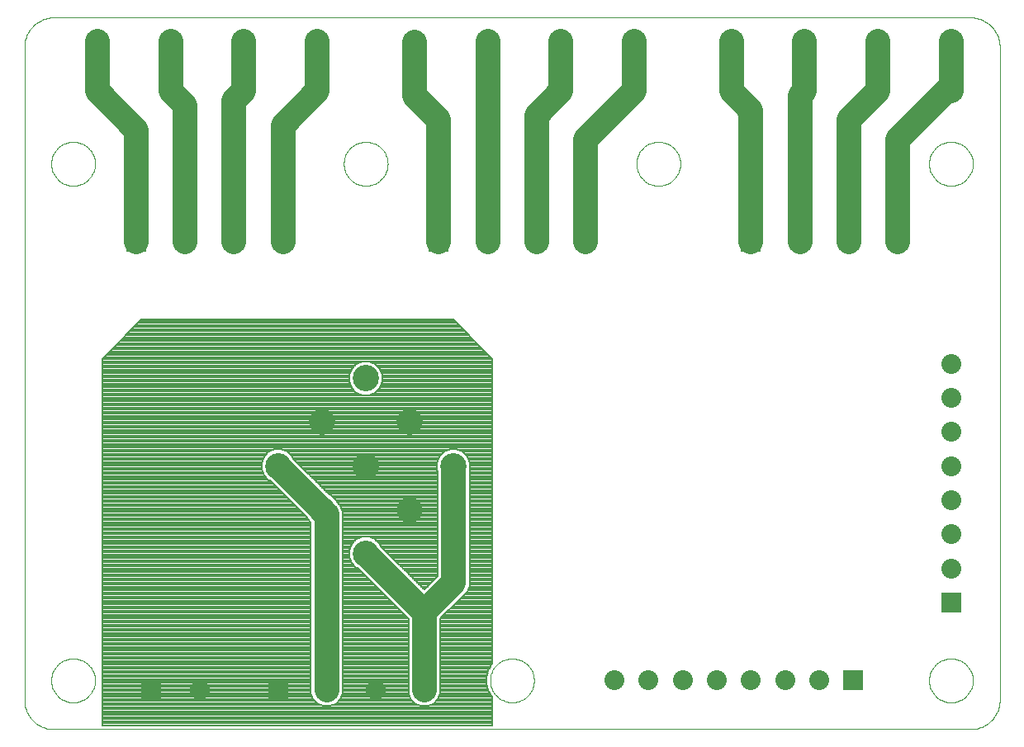
<source format=gbl>
G75*
%MOIN*%
%OFA0B0*%
%FSLAX24Y24*%
%IPPOS*%
%LPD*%
%AMOC8*
5,1,8,0,0,1.08239X$1,22.5*
%
%ADD10C,0.0000*%
%ADD11C,0.1063*%
%ADD12R,0.0800X0.0800*%
%ADD13C,0.0800*%
%ADD14C,0.0827*%
%ADD15C,0.1000*%
%ADD16C,0.0083*%
D10*
X001281Y000141D02*
X038289Y000141D01*
X000100Y001322D02*
X000100Y027700D01*
X001281Y028881D02*
X038289Y028881D01*
X001183Y002110D02*
X001185Y002169D01*
X001191Y002228D01*
X001201Y002286D01*
X001214Y002344D01*
X001232Y002401D01*
X001253Y002456D01*
X001278Y002510D01*
X001307Y002562D01*
X001339Y002611D01*
X001374Y002659D01*
X001412Y002704D01*
X001453Y002747D01*
X001497Y002787D01*
X001543Y002823D01*
X001592Y002857D01*
X001643Y002887D01*
X001696Y002914D01*
X001751Y002937D01*
X001806Y002956D01*
X001864Y002972D01*
X001922Y002984D01*
X001980Y002992D01*
X002039Y002996D01*
X002099Y002996D01*
X002158Y002992D01*
X002216Y002984D01*
X002274Y002972D01*
X002332Y002956D01*
X002387Y002937D01*
X002442Y002914D01*
X002495Y002887D01*
X002546Y002857D01*
X002595Y002823D01*
X002641Y002787D01*
X002685Y002747D01*
X002726Y002704D01*
X002764Y002659D01*
X002799Y002611D01*
X002831Y002562D01*
X002860Y002510D01*
X002885Y002456D01*
X002906Y002401D01*
X002924Y002344D01*
X002937Y002286D01*
X002947Y002228D01*
X002953Y002169D01*
X002955Y002110D01*
X002953Y002051D01*
X002947Y001992D01*
X002937Y001934D01*
X002924Y001876D01*
X002906Y001819D01*
X002885Y001764D01*
X002860Y001710D01*
X002831Y001658D01*
X002799Y001609D01*
X002764Y001561D01*
X002726Y001516D01*
X002685Y001473D01*
X002641Y001433D01*
X002595Y001397D01*
X002546Y001363D01*
X002495Y001333D01*
X002442Y001306D01*
X002387Y001283D01*
X002332Y001264D01*
X002274Y001248D01*
X002216Y001236D01*
X002158Y001228D01*
X002099Y001224D01*
X002039Y001224D01*
X001980Y001228D01*
X001922Y001236D01*
X001864Y001248D01*
X001806Y001264D01*
X001751Y001283D01*
X001696Y001306D01*
X001643Y001333D01*
X001592Y001363D01*
X001543Y001397D01*
X001497Y001433D01*
X001453Y001473D01*
X001412Y001516D01*
X001374Y001561D01*
X001339Y001609D01*
X001307Y001658D01*
X001278Y001710D01*
X001253Y001764D01*
X001232Y001819D01*
X001214Y001876D01*
X001201Y001934D01*
X001191Y001992D01*
X001185Y002051D01*
X001183Y002110D01*
X036616Y002110D02*
X036618Y002169D01*
X036624Y002228D01*
X036634Y002286D01*
X036647Y002344D01*
X036665Y002401D01*
X036686Y002456D01*
X036711Y002510D01*
X036740Y002562D01*
X036772Y002611D01*
X036807Y002659D01*
X036845Y002704D01*
X036886Y002747D01*
X036930Y002787D01*
X036976Y002823D01*
X037025Y002857D01*
X037076Y002887D01*
X037129Y002914D01*
X037184Y002937D01*
X037239Y002956D01*
X037297Y002972D01*
X037355Y002984D01*
X037413Y002992D01*
X037472Y002996D01*
X037532Y002996D01*
X037591Y002992D01*
X037649Y002984D01*
X037707Y002972D01*
X037765Y002956D01*
X037820Y002937D01*
X037875Y002914D01*
X037928Y002887D01*
X037979Y002857D01*
X038028Y002823D01*
X038074Y002787D01*
X038118Y002747D01*
X038159Y002704D01*
X038197Y002659D01*
X038232Y002611D01*
X038264Y002562D01*
X038293Y002510D01*
X038318Y002456D01*
X038339Y002401D01*
X038357Y002344D01*
X038370Y002286D01*
X038380Y002228D01*
X038386Y002169D01*
X038388Y002110D01*
X038386Y002051D01*
X038380Y001992D01*
X038370Y001934D01*
X038357Y001876D01*
X038339Y001819D01*
X038318Y001764D01*
X038293Y001710D01*
X038264Y001658D01*
X038232Y001609D01*
X038197Y001561D01*
X038159Y001516D01*
X038118Y001473D01*
X038074Y001433D01*
X038028Y001397D01*
X037979Y001363D01*
X037928Y001333D01*
X037875Y001306D01*
X037820Y001283D01*
X037765Y001264D01*
X037707Y001248D01*
X037649Y001236D01*
X037591Y001228D01*
X037532Y001224D01*
X037472Y001224D01*
X037413Y001228D01*
X037355Y001236D01*
X037297Y001248D01*
X037239Y001264D01*
X037184Y001283D01*
X037129Y001306D01*
X037076Y001333D01*
X037025Y001363D01*
X036976Y001397D01*
X036930Y001433D01*
X036886Y001473D01*
X036845Y001516D01*
X036807Y001561D01*
X036772Y001609D01*
X036740Y001658D01*
X036711Y001710D01*
X036686Y001764D01*
X036665Y001819D01*
X036647Y001876D01*
X036634Y001934D01*
X036624Y001992D01*
X036618Y002051D01*
X036616Y002110D01*
X018899Y002110D02*
X018901Y002169D01*
X018907Y002228D01*
X018917Y002286D01*
X018930Y002344D01*
X018948Y002401D01*
X018969Y002456D01*
X018994Y002510D01*
X019023Y002562D01*
X019055Y002611D01*
X019090Y002659D01*
X019128Y002704D01*
X019169Y002747D01*
X019213Y002787D01*
X019259Y002823D01*
X019308Y002857D01*
X019359Y002887D01*
X019412Y002914D01*
X019467Y002937D01*
X019522Y002956D01*
X019580Y002972D01*
X019638Y002984D01*
X019696Y002992D01*
X019755Y002996D01*
X019815Y002996D01*
X019874Y002992D01*
X019932Y002984D01*
X019990Y002972D01*
X020048Y002956D01*
X020103Y002937D01*
X020158Y002914D01*
X020211Y002887D01*
X020262Y002857D01*
X020311Y002823D01*
X020357Y002787D01*
X020401Y002747D01*
X020442Y002704D01*
X020480Y002659D01*
X020515Y002611D01*
X020547Y002562D01*
X020576Y002510D01*
X020601Y002456D01*
X020622Y002401D01*
X020640Y002344D01*
X020653Y002286D01*
X020663Y002228D01*
X020669Y002169D01*
X020671Y002110D01*
X020669Y002051D01*
X020663Y001992D01*
X020653Y001934D01*
X020640Y001876D01*
X020622Y001819D01*
X020601Y001764D01*
X020576Y001710D01*
X020547Y001658D01*
X020515Y001609D01*
X020480Y001561D01*
X020442Y001516D01*
X020401Y001473D01*
X020357Y001433D01*
X020311Y001397D01*
X020262Y001363D01*
X020211Y001333D01*
X020158Y001306D01*
X020103Y001283D01*
X020048Y001264D01*
X019990Y001248D01*
X019932Y001236D01*
X019874Y001228D01*
X019815Y001224D01*
X019755Y001224D01*
X019696Y001228D01*
X019638Y001236D01*
X019580Y001248D01*
X019522Y001264D01*
X019467Y001283D01*
X019412Y001306D01*
X019359Y001333D01*
X019308Y001363D01*
X019259Y001397D01*
X019213Y001433D01*
X019169Y001473D01*
X019128Y001516D01*
X019090Y001561D01*
X019055Y001609D01*
X019023Y001658D01*
X018994Y001710D01*
X018969Y001764D01*
X018948Y001819D01*
X018930Y001876D01*
X018917Y001934D01*
X018907Y001992D01*
X018901Y002051D01*
X018899Y002110D01*
X024805Y022976D02*
X024807Y023035D01*
X024813Y023094D01*
X024823Y023152D01*
X024836Y023210D01*
X024854Y023267D01*
X024875Y023322D01*
X024900Y023376D01*
X024929Y023428D01*
X024961Y023477D01*
X024996Y023525D01*
X025034Y023570D01*
X025075Y023613D01*
X025119Y023653D01*
X025165Y023689D01*
X025214Y023723D01*
X025265Y023753D01*
X025318Y023780D01*
X025373Y023803D01*
X025428Y023822D01*
X025486Y023838D01*
X025544Y023850D01*
X025602Y023858D01*
X025661Y023862D01*
X025721Y023862D01*
X025780Y023858D01*
X025838Y023850D01*
X025896Y023838D01*
X025954Y023822D01*
X026009Y023803D01*
X026064Y023780D01*
X026117Y023753D01*
X026168Y023723D01*
X026217Y023689D01*
X026263Y023653D01*
X026307Y023613D01*
X026348Y023570D01*
X026386Y023525D01*
X026421Y023477D01*
X026453Y023428D01*
X026482Y023376D01*
X026507Y023322D01*
X026528Y023267D01*
X026546Y023210D01*
X026559Y023152D01*
X026569Y023094D01*
X026575Y023035D01*
X026577Y022976D01*
X026575Y022917D01*
X026569Y022858D01*
X026559Y022800D01*
X026546Y022742D01*
X026528Y022685D01*
X026507Y022630D01*
X026482Y022576D01*
X026453Y022524D01*
X026421Y022475D01*
X026386Y022427D01*
X026348Y022382D01*
X026307Y022339D01*
X026263Y022299D01*
X026217Y022263D01*
X026168Y022229D01*
X026117Y022199D01*
X026064Y022172D01*
X026009Y022149D01*
X025954Y022130D01*
X025896Y022114D01*
X025838Y022102D01*
X025780Y022094D01*
X025721Y022090D01*
X025661Y022090D01*
X025602Y022094D01*
X025544Y022102D01*
X025486Y022114D01*
X025428Y022130D01*
X025373Y022149D01*
X025318Y022172D01*
X025265Y022199D01*
X025214Y022229D01*
X025165Y022263D01*
X025119Y022299D01*
X025075Y022339D01*
X025034Y022382D01*
X024996Y022427D01*
X024961Y022475D01*
X024929Y022524D01*
X024900Y022576D01*
X024875Y022630D01*
X024854Y022685D01*
X024836Y022742D01*
X024823Y022800D01*
X024813Y022858D01*
X024807Y022917D01*
X024805Y022976D01*
X012994Y022976D02*
X012996Y023035D01*
X013002Y023094D01*
X013012Y023152D01*
X013025Y023210D01*
X013043Y023267D01*
X013064Y023322D01*
X013089Y023376D01*
X013118Y023428D01*
X013150Y023477D01*
X013185Y023525D01*
X013223Y023570D01*
X013264Y023613D01*
X013308Y023653D01*
X013354Y023689D01*
X013403Y023723D01*
X013454Y023753D01*
X013507Y023780D01*
X013562Y023803D01*
X013617Y023822D01*
X013675Y023838D01*
X013733Y023850D01*
X013791Y023858D01*
X013850Y023862D01*
X013910Y023862D01*
X013969Y023858D01*
X014027Y023850D01*
X014085Y023838D01*
X014143Y023822D01*
X014198Y023803D01*
X014253Y023780D01*
X014306Y023753D01*
X014357Y023723D01*
X014406Y023689D01*
X014452Y023653D01*
X014496Y023613D01*
X014537Y023570D01*
X014575Y023525D01*
X014610Y023477D01*
X014642Y023428D01*
X014671Y023376D01*
X014696Y023322D01*
X014717Y023267D01*
X014735Y023210D01*
X014748Y023152D01*
X014758Y023094D01*
X014764Y023035D01*
X014766Y022976D01*
X014764Y022917D01*
X014758Y022858D01*
X014748Y022800D01*
X014735Y022742D01*
X014717Y022685D01*
X014696Y022630D01*
X014671Y022576D01*
X014642Y022524D01*
X014610Y022475D01*
X014575Y022427D01*
X014537Y022382D01*
X014496Y022339D01*
X014452Y022299D01*
X014406Y022263D01*
X014357Y022229D01*
X014306Y022199D01*
X014253Y022172D01*
X014198Y022149D01*
X014143Y022130D01*
X014085Y022114D01*
X014027Y022102D01*
X013969Y022094D01*
X013910Y022090D01*
X013850Y022090D01*
X013791Y022094D01*
X013733Y022102D01*
X013675Y022114D01*
X013617Y022130D01*
X013562Y022149D01*
X013507Y022172D01*
X013454Y022199D01*
X013403Y022229D01*
X013354Y022263D01*
X013308Y022299D01*
X013264Y022339D01*
X013223Y022382D01*
X013185Y022427D01*
X013150Y022475D01*
X013118Y022524D01*
X013089Y022576D01*
X013064Y022630D01*
X013043Y022685D01*
X013025Y022742D01*
X013012Y022800D01*
X013002Y022858D01*
X012996Y022917D01*
X012994Y022976D01*
X001183Y022976D02*
X001185Y023035D01*
X001191Y023094D01*
X001201Y023152D01*
X001214Y023210D01*
X001232Y023267D01*
X001253Y023322D01*
X001278Y023376D01*
X001307Y023428D01*
X001339Y023477D01*
X001374Y023525D01*
X001412Y023570D01*
X001453Y023613D01*
X001497Y023653D01*
X001543Y023689D01*
X001592Y023723D01*
X001643Y023753D01*
X001696Y023780D01*
X001751Y023803D01*
X001806Y023822D01*
X001864Y023838D01*
X001922Y023850D01*
X001980Y023858D01*
X002039Y023862D01*
X002099Y023862D01*
X002158Y023858D01*
X002216Y023850D01*
X002274Y023838D01*
X002332Y023822D01*
X002387Y023803D01*
X002442Y023780D01*
X002495Y023753D01*
X002546Y023723D01*
X002595Y023689D01*
X002641Y023653D01*
X002685Y023613D01*
X002726Y023570D01*
X002764Y023525D01*
X002799Y023477D01*
X002831Y023428D01*
X002860Y023376D01*
X002885Y023322D01*
X002906Y023267D01*
X002924Y023210D01*
X002937Y023152D01*
X002947Y023094D01*
X002953Y023035D01*
X002955Y022976D01*
X002953Y022917D01*
X002947Y022858D01*
X002937Y022800D01*
X002924Y022742D01*
X002906Y022685D01*
X002885Y022630D01*
X002860Y022576D01*
X002831Y022524D01*
X002799Y022475D01*
X002764Y022427D01*
X002726Y022382D01*
X002685Y022339D01*
X002641Y022299D01*
X002595Y022263D01*
X002546Y022229D01*
X002495Y022199D01*
X002442Y022172D01*
X002387Y022149D01*
X002332Y022130D01*
X002274Y022114D01*
X002216Y022102D01*
X002158Y022094D01*
X002099Y022090D01*
X002039Y022090D01*
X001980Y022094D01*
X001922Y022102D01*
X001864Y022114D01*
X001806Y022130D01*
X001751Y022149D01*
X001696Y022172D01*
X001643Y022199D01*
X001592Y022229D01*
X001543Y022263D01*
X001497Y022299D01*
X001453Y022339D01*
X001412Y022382D01*
X001374Y022427D01*
X001339Y022475D01*
X001307Y022524D01*
X001278Y022576D01*
X001253Y022630D01*
X001232Y022685D01*
X001214Y022742D01*
X001201Y022800D01*
X001191Y022858D01*
X001185Y022917D01*
X001183Y022976D01*
X036616Y022976D02*
X036618Y023035D01*
X036624Y023094D01*
X036634Y023152D01*
X036647Y023210D01*
X036665Y023267D01*
X036686Y023322D01*
X036711Y023376D01*
X036740Y023428D01*
X036772Y023477D01*
X036807Y023525D01*
X036845Y023570D01*
X036886Y023613D01*
X036930Y023653D01*
X036976Y023689D01*
X037025Y023723D01*
X037076Y023753D01*
X037129Y023780D01*
X037184Y023803D01*
X037239Y023822D01*
X037297Y023838D01*
X037355Y023850D01*
X037413Y023858D01*
X037472Y023862D01*
X037532Y023862D01*
X037591Y023858D01*
X037649Y023850D01*
X037707Y023838D01*
X037765Y023822D01*
X037820Y023803D01*
X037875Y023780D01*
X037928Y023753D01*
X037979Y023723D01*
X038028Y023689D01*
X038074Y023653D01*
X038118Y023613D01*
X038159Y023570D01*
X038197Y023525D01*
X038232Y023477D01*
X038264Y023428D01*
X038293Y023376D01*
X038318Y023322D01*
X038339Y023267D01*
X038357Y023210D01*
X038370Y023152D01*
X038380Y023094D01*
X038386Y023035D01*
X038388Y022976D01*
X038386Y022917D01*
X038380Y022858D01*
X038370Y022800D01*
X038357Y022742D01*
X038339Y022685D01*
X038318Y022630D01*
X038293Y022576D01*
X038264Y022524D01*
X038232Y022475D01*
X038197Y022427D01*
X038159Y022382D01*
X038118Y022339D01*
X038074Y022299D01*
X038028Y022263D01*
X037979Y022229D01*
X037928Y022199D01*
X037875Y022172D01*
X037820Y022149D01*
X037765Y022130D01*
X037707Y022114D01*
X037649Y022102D01*
X037591Y022094D01*
X037532Y022090D01*
X037472Y022090D01*
X037413Y022094D01*
X037355Y022102D01*
X037297Y022114D01*
X037239Y022130D01*
X037184Y022149D01*
X037129Y022172D01*
X037076Y022199D01*
X037025Y022229D01*
X036976Y022263D01*
X036930Y022299D01*
X036886Y022339D01*
X036845Y022382D01*
X036807Y022427D01*
X036772Y022475D01*
X036740Y022524D01*
X036711Y022576D01*
X036686Y022630D01*
X036665Y022685D01*
X036647Y022742D01*
X036634Y022800D01*
X036624Y022858D01*
X036618Y022917D01*
X036616Y022976D01*
X039470Y027700D02*
X039470Y001322D01*
X001281Y000141D02*
X001215Y000143D01*
X001149Y000148D01*
X001083Y000158D01*
X001018Y000171D01*
X000954Y000187D01*
X000891Y000207D01*
X000829Y000231D01*
X000769Y000258D01*
X000710Y000288D01*
X000653Y000322D01*
X000598Y000359D01*
X000545Y000399D01*
X000494Y000441D01*
X000446Y000487D01*
X000400Y000535D01*
X000358Y000586D01*
X000318Y000639D01*
X000281Y000694D01*
X000247Y000751D01*
X000217Y000810D01*
X000190Y000870D01*
X000166Y000932D01*
X000146Y000995D01*
X000130Y001059D01*
X000117Y001124D01*
X000107Y001190D01*
X000102Y001256D01*
X000100Y001322D01*
X000100Y027700D02*
X000102Y027766D01*
X000107Y027832D01*
X000117Y027898D01*
X000130Y027963D01*
X000146Y028027D01*
X000166Y028090D01*
X000190Y028152D01*
X000217Y028212D01*
X000247Y028271D01*
X000281Y028328D01*
X000318Y028383D01*
X000358Y028436D01*
X000400Y028487D01*
X000446Y028535D01*
X000494Y028581D01*
X000545Y028623D01*
X000598Y028663D01*
X000653Y028700D01*
X000710Y028734D01*
X000769Y028764D01*
X000829Y028791D01*
X000891Y028815D01*
X000954Y028835D01*
X001018Y028851D01*
X001083Y028864D01*
X001149Y028874D01*
X001215Y028879D01*
X001281Y028881D01*
X038289Y028881D02*
X038355Y028879D01*
X038421Y028874D01*
X038487Y028864D01*
X038552Y028851D01*
X038616Y028835D01*
X038679Y028815D01*
X038741Y028791D01*
X038801Y028764D01*
X038860Y028734D01*
X038917Y028700D01*
X038972Y028663D01*
X039025Y028623D01*
X039076Y028581D01*
X039124Y028535D01*
X039170Y028487D01*
X039212Y028436D01*
X039252Y028383D01*
X039289Y028328D01*
X039323Y028271D01*
X039353Y028212D01*
X039380Y028152D01*
X039404Y028090D01*
X039424Y028027D01*
X039440Y027963D01*
X039453Y027898D01*
X039463Y027832D01*
X039468Y027766D01*
X039470Y027700D01*
X039470Y001322D02*
X039468Y001256D01*
X039463Y001190D01*
X039453Y001124D01*
X039440Y001059D01*
X039424Y000995D01*
X039404Y000932D01*
X039380Y000870D01*
X039353Y000810D01*
X039323Y000751D01*
X039289Y000694D01*
X039252Y000639D01*
X039212Y000586D01*
X039170Y000535D01*
X039124Y000487D01*
X039076Y000441D01*
X039025Y000399D01*
X038972Y000359D01*
X038917Y000322D01*
X038860Y000288D01*
X038801Y000258D01*
X038741Y000231D01*
X038679Y000207D01*
X038616Y000187D01*
X038552Y000171D01*
X038487Y000158D01*
X038421Y000148D01*
X038355Y000143D01*
X038289Y000141D01*
D11*
X013880Y014307D03*
X012112Y012539D03*
X010344Y010771D03*
X015647Y012539D03*
X013880Y010771D03*
X012112Y009003D03*
X017415Y010771D03*
X015647Y009003D03*
X013880Y007236D03*
D12*
X029431Y019826D03*
X016832Y019826D03*
X004628Y019826D03*
X010336Y001716D03*
X005218Y001716D03*
X037502Y005259D03*
X033565Y002110D03*
D13*
X031399Y019826D03*
X033368Y019826D03*
X035336Y019826D03*
X018801Y019826D03*
X020769Y019826D03*
X022738Y019826D03*
X006596Y019826D03*
X008565Y019826D03*
X010533Y019826D03*
X012305Y001716D03*
X014273Y001716D03*
X016242Y001716D03*
X007187Y001716D03*
X037502Y006637D03*
X037502Y008015D03*
X037502Y009393D03*
X037502Y010771D03*
X037502Y012149D03*
X037502Y013527D03*
X037502Y014905D03*
X032187Y002110D03*
X030809Y002110D03*
X029431Y002110D03*
X028053Y002110D03*
X026675Y002110D03*
X025297Y002110D03*
X023919Y002110D03*
D14*
X037502Y025913D03*
X037502Y027913D03*
X034549Y025913D03*
X034549Y027913D03*
X031596Y025913D03*
X031596Y027913D03*
X028643Y025913D03*
X028643Y027913D03*
X024706Y025913D03*
X024706Y027913D03*
X021754Y025913D03*
X021754Y027913D03*
X018801Y025913D03*
X018801Y027913D03*
X015848Y025913D03*
X015848Y027913D03*
X011911Y025913D03*
X011911Y027913D03*
X008958Y025913D03*
X008958Y027913D03*
X006006Y025913D03*
X006006Y027913D03*
X003053Y025913D03*
X003053Y027913D03*
D15*
X037502Y027913D02*
X037502Y026126D01*
X037502Y025913D01*
X037502Y026126D02*
X035336Y023960D01*
X035336Y019826D01*
X034549Y027913D02*
X034549Y025929D01*
X034549Y025913D01*
X034549Y025929D02*
X033368Y024748D01*
X033368Y019826D01*
X031596Y027913D02*
X031596Y025913D01*
X031399Y025716D01*
X031399Y019826D01*
X028643Y027913D02*
X028643Y025913D01*
X029431Y025126D01*
X029431Y019826D01*
X024706Y027913D02*
X024706Y025929D01*
X024706Y025913D01*
X024706Y025929D02*
X022738Y023960D01*
X022738Y019826D01*
X021754Y025913D02*
X021754Y027913D01*
X020769Y019826D02*
X020769Y024929D01*
X021754Y025913D01*
X018801Y019826D02*
X018801Y025913D01*
X018801Y027913D01*
X015848Y025913D02*
X015848Y025732D01*
X016832Y024748D01*
X016832Y019826D01*
X015848Y025929D02*
X015848Y027881D01*
X011911Y025913D02*
X010533Y024535D01*
X010533Y019826D01*
X011911Y025913D02*
X011911Y027913D01*
X008958Y025913D02*
X008565Y025519D01*
X008565Y025535D02*
X008565Y019826D01*
X008958Y025913D02*
X008958Y027913D01*
X006006Y025913D02*
X006596Y025322D01*
X006596Y019826D01*
X006006Y025913D02*
X006006Y027913D01*
X003053Y025913D02*
X004628Y024338D01*
X004628Y019826D01*
X003053Y025913D02*
X003053Y027913D01*
X012305Y008811D02*
X012305Y001716D01*
X012104Y009003D02*
X010344Y010763D01*
X016242Y004874D02*
X016242Y001716D01*
X016234Y004866D02*
X013872Y007228D01*
X016242Y004874D02*
X017415Y006047D01*
X017431Y006047D02*
X017431Y010771D01*
D16*
X018998Y015102D02*
X018998Y002775D01*
X018963Y002741D01*
X018828Y002506D01*
X018758Y002245D01*
X018758Y001975D01*
X018828Y001713D01*
X018963Y001479D01*
X018998Y001445D01*
X018998Y000283D01*
X003250Y000283D01*
X003250Y015102D01*
X004824Y016677D01*
X017423Y016677D01*
X018998Y015102D01*
X015600Y001589D02*
X015698Y001353D01*
X015878Y001172D01*
X016114Y001075D01*
X016369Y001075D01*
X016605Y001172D01*
X016785Y001353D01*
X016883Y001589D01*
X016883Y004608D01*
X017767Y005492D01*
X017794Y005503D01*
X017974Y005684D01*
X018072Y005919D01*
X018072Y010599D01*
X018088Y010637D01*
X018088Y010905D01*
X017985Y011152D01*
X017796Y011342D01*
X017549Y011444D01*
X017281Y011444D01*
X017034Y011342D01*
X016845Y011152D01*
X016742Y010905D01*
X016742Y010637D01*
X016789Y010524D01*
X016789Y006328D01*
X016234Y005773D01*
X014492Y007514D01*
X014450Y007617D01*
X014261Y007806D01*
X014013Y007909D01*
X013746Y007909D01*
X013498Y007806D01*
X013309Y007617D01*
X013207Y007370D01*
X013207Y007102D01*
X013309Y006855D01*
X013498Y006665D01*
X013548Y006645D01*
X015600Y004592D01*
X015600Y001589D01*
X014552Y014173D02*
X014552Y014441D01*
X014450Y014688D01*
X014261Y014877D01*
X014013Y014980D01*
X013746Y014980D01*
X013498Y014877D01*
X013309Y014688D01*
X013207Y014441D01*
X013207Y014173D01*
X013309Y013926D01*
X013498Y013736D01*
X013746Y013634D01*
X014013Y013634D01*
X014261Y013736D01*
X014450Y013926D01*
X014552Y014173D01*
X010914Y011152D02*
X010725Y011342D01*
X010478Y011444D01*
X010210Y011444D01*
X009963Y011342D01*
X009774Y011152D01*
X009671Y010905D01*
X009671Y010637D01*
X009774Y010390D01*
X009963Y010201D01*
X010026Y010175D01*
X011515Y008685D01*
X011541Y008622D01*
X011663Y008500D01*
X011663Y001589D01*
X011761Y001353D01*
X011941Y001172D01*
X012177Y001075D01*
X012432Y001075D01*
X012668Y001172D01*
X012848Y001353D01*
X012946Y001589D01*
X012946Y008938D01*
X012848Y009174D01*
X012714Y009309D01*
X012682Y009385D01*
X012493Y009574D01*
X012404Y009611D01*
X010951Y011063D01*
X010914Y011152D01*
X003250Y000304D02*
X018998Y000304D01*
X018998Y000385D02*
X003250Y000385D01*
X003250Y000466D02*
X018998Y000466D01*
X018998Y000547D02*
X003250Y000547D01*
X003250Y000628D02*
X018998Y000628D01*
X018998Y000710D02*
X003250Y000710D01*
X003250Y000791D02*
X018998Y000791D01*
X018998Y000872D02*
X003250Y000872D01*
X003250Y000953D02*
X018998Y000953D01*
X018998Y001034D02*
X003250Y001034D01*
X003250Y001115D02*
X012079Y001115D01*
X012530Y001115D02*
X016016Y001115D01*
X016467Y001115D02*
X018998Y001115D01*
X011917Y001197D02*
X003250Y001197D01*
X012692Y001197D02*
X015854Y001197D01*
X016629Y001197D02*
X018998Y001197D01*
X011836Y001278D02*
X003250Y001278D01*
X012773Y001278D02*
X015773Y001278D01*
X016710Y001278D02*
X018998Y001278D01*
X011758Y001359D02*
X003250Y001359D01*
X012851Y001359D02*
X015695Y001359D01*
X016788Y001359D02*
X018998Y001359D01*
X011725Y001440D02*
X003250Y001440D01*
X012885Y001440D02*
X015662Y001440D01*
X016822Y001440D02*
X018998Y001440D01*
X011691Y001521D02*
X003250Y001521D01*
X012918Y001521D02*
X015628Y001521D01*
X016855Y001521D02*
X018939Y001521D01*
X011663Y001603D02*
X003250Y001603D01*
X012946Y001603D02*
X015600Y001603D01*
X016883Y001603D02*
X018892Y001603D01*
X011663Y001684D02*
X003250Y001684D01*
X012946Y001684D02*
X015600Y001684D01*
X016883Y001684D02*
X018845Y001684D01*
X011663Y001765D02*
X003250Y001765D01*
X012946Y001765D02*
X015600Y001765D01*
X016883Y001765D02*
X018814Y001765D01*
X011663Y001846D02*
X003250Y001846D01*
X012946Y001846D02*
X015600Y001846D01*
X016883Y001846D02*
X018792Y001846D01*
X011663Y001927D02*
X003250Y001927D01*
X012946Y001927D02*
X015600Y001927D01*
X016883Y001927D02*
X018771Y001927D01*
X011663Y002008D02*
X003250Y002008D01*
X012946Y002008D02*
X015600Y002008D01*
X016883Y002008D02*
X018758Y002008D01*
X011663Y002090D02*
X003250Y002090D01*
X012946Y002090D02*
X015600Y002090D01*
X016883Y002090D02*
X018758Y002090D01*
X011663Y002171D02*
X003250Y002171D01*
X012946Y002171D02*
X015600Y002171D01*
X016883Y002171D02*
X018758Y002171D01*
X011663Y002252D02*
X003250Y002252D01*
X012946Y002252D02*
X015600Y002252D01*
X016883Y002252D02*
X018760Y002252D01*
X011663Y002333D02*
X003250Y002333D01*
X012946Y002333D02*
X015600Y002333D01*
X016883Y002333D02*
X018781Y002333D01*
X011663Y002414D02*
X003250Y002414D01*
X012946Y002414D02*
X015600Y002414D01*
X016883Y002414D02*
X018803Y002414D01*
X011663Y002495D02*
X003250Y002495D01*
X012946Y002495D02*
X015600Y002495D01*
X016883Y002495D02*
X018825Y002495D01*
X011663Y002577D02*
X003250Y002577D01*
X012946Y002577D02*
X015600Y002577D01*
X016883Y002577D02*
X018868Y002577D01*
X011663Y002658D02*
X003250Y002658D01*
X012946Y002658D02*
X015600Y002658D01*
X016883Y002658D02*
X018915Y002658D01*
X011663Y002739D02*
X003250Y002739D01*
X012946Y002739D02*
X015600Y002739D01*
X016883Y002739D02*
X018962Y002739D01*
X011663Y002820D02*
X003250Y002820D01*
X012946Y002820D02*
X015600Y002820D01*
X016883Y002820D02*
X018998Y002820D01*
X011663Y002901D02*
X003250Y002901D01*
X012946Y002901D02*
X015600Y002901D01*
X016883Y002901D02*
X018998Y002901D01*
X011663Y002983D02*
X003250Y002983D01*
X012946Y002983D02*
X015600Y002983D01*
X016883Y002983D02*
X018998Y002983D01*
X011663Y003064D02*
X003250Y003064D01*
X012946Y003064D02*
X015600Y003064D01*
X016883Y003064D02*
X018998Y003064D01*
X011663Y003145D02*
X003250Y003145D01*
X012946Y003145D02*
X015600Y003145D01*
X016883Y003145D02*
X018998Y003145D01*
X011663Y003226D02*
X003250Y003226D01*
X012946Y003226D02*
X015600Y003226D01*
X016883Y003226D02*
X018998Y003226D01*
X011663Y003307D02*
X003250Y003307D01*
X012946Y003307D02*
X015600Y003307D01*
X016883Y003307D02*
X018998Y003307D01*
X011663Y003388D02*
X003250Y003388D01*
X012946Y003388D02*
X015600Y003388D01*
X016883Y003388D02*
X018998Y003388D01*
X011663Y003470D02*
X003250Y003470D01*
X012946Y003470D02*
X015600Y003470D01*
X016883Y003470D02*
X018998Y003470D01*
X011663Y003551D02*
X003250Y003551D01*
X012946Y003551D02*
X015600Y003551D01*
X016883Y003551D02*
X018998Y003551D01*
X011663Y003632D02*
X003250Y003632D01*
X012946Y003632D02*
X015600Y003632D01*
X016883Y003632D02*
X018998Y003632D01*
X011663Y003713D02*
X003250Y003713D01*
X012946Y003713D02*
X015600Y003713D01*
X016883Y003713D02*
X018998Y003713D01*
X011663Y003794D02*
X003250Y003794D01*
X012946Y003794D02*
X015600Y003794D01*
X016883Y003794D02*
X018998Y003794D01*
X011663Y003875D02*
X003250Y003875D01*
X012946Y003875D02*
X015600Y003875D01*
X016883Y003875D02*
X018998Y003875D01*
X011663Y003957D02*
X003250Y003957D01*
X012946Y003957D02*
X015600Y003957D01*
X016883Y003957D02*
X018998Y003957D01*
X011663Y004038D02*
X003250Y004038D01*
X012946Y004038D02*
X015600Y004038D01*
X016883Y004038D02*
X018998Y004038D01*
X011663Y004119D02*
X003250Y004119D01*
X012946Y004119D02*
X015600Y004119D01*
X016883Y004119D02*
X018998Y004119D01*
X011663Y004200D02*
X003250Y004200D01*
X012946Y004200D02*
X015600Y004200D01*
X016883Y004200D02*
X018998Y004200D01*
X011663Y004281D02*
X003250Y004281D01*
X012946Y004281D02*
X015600Y004281D01*
X016883Y004281D02*
X018998Y004281D01*
X011663Y004363D02*
X003250Y004363D01*
X012946Y004363D02*
X015600Y004363D01*
X016883Y004363D02*
X018998Y004363D01*
X011663Y004444D02*
X003250Y004444D01*
X012946Y004444D02*
X015600Y004444D01*
X016883Y004444D02*
X018998Y004444D01*
X011663Y004525D02*
X003250Y004525D01*
X012946Y004525D02*
X015600Y004525D01*
X016883Y004525D02*
X018998Y004525D01*
X011663Y004606D02*
X003250Y004606D01*
X012946Y004606D02*
X015587Y004606D01*
X016883Y004606D02*
X018998Y004606D01*
X011663Y004687D02*
X003250Y004687D01*
X012946Y004687D02*
X015505Y004687D01*
X016962Y004687D02*
X018998Y004687D01*
X011663Y004768D02*
X003250Y004768D01*
X012946Y004768D02*
X015424Y004768D01*
X017044Y004768D02*
X018998Y004768D01*
X011663Y004850D02*
X003250Y004850D01*
X012946Y004850D02*
X015343Y004850D01*
X017125Y004850D02*
X018998Y004850D01*
X011663Y004931D02*
X003250Y004931D01*
X012946Y004931D02*
X015262Y004931D01*
X017206Y004931D02*
X018998Y004931D01*
X011663Y005012D02*
X003250Y005012D01*
X012946Y005012D02*
X015181Y005012D01*
X017287Y005012D02*
X018998Y005012D01*
X011663Y005093D02*
X003250Y005093D01*
X012946Y005093D02*
X015100Y005093D01*
X017368Y005093D02*
X018998Y005093D01*
X011663Y005174D02*
X003250Y005174D01*
X012946Y005174D02*
X015018Y005174D01*
X017450Y005174D02*
X018998Y005174D01*
X011663Y005256D02*
X003250Y005256D01*
X012946Y005256D02*
X014937Y005256D01*
X017531Y005256D02*
X018998Y005256D01*
X011663Y005337D02*
X003250Y005337D01*
X012946Y005337D02*
X014856Y005337D01*
X017612Y005337D02*
X018998Y005337D01*
X011663Y005418D02*
X003250Y005418D01*
X012946Y005418D02*
X014775Y005418D01*
X017693Y005418D02*
X018998Y005418D01*
X011663Y005499D02*
X003250Y005499D01*
X012946Y005499D02*
X014694Y005499D01*
X017784Y005499D02*
X018998Y005499D01*
X011663Y005580D02*
X003250Y005580D01*
X012946Y005580D02*
X014612Y005580D01*
X017871Y005580D02*
X018998Y005580D01*
X011663Y005661D02*
X003250Y005661D01*
X012946Y005661D02*
X014531Y005661D01*
X017952Y005661D02*
X018998Y005661D01*
X011663Y005743D02*
X003250Y005743D01*
X012946Y005743D02*
X014450Y005743D01*
X017999Y005743D02*
X018998Y005743D01*
X011663Y005824D02*
X003250Y005824D01*
X012946Y005824D02*
X014369Y005824D01*
X016183Y005824D02*
X016285Y005824D01*
X018032Y005824D02*
X018998Y005824D01*
X011663Y005905D02*
X003250Y005905D01*
X012946Y005905D02*
X014288Y005905D01*
X016102Y005905D02*
X016366Y005905D01*
X018066Y005905D02*
X018998Y005905D01*
X011663Y005986D02*
X003250Y005986D01*
X012946Y005986D02*
X014207Y005986D01*
X016021Y005986D02*
X016447Y005986D01*
X018072Y005986D02*
X018998Y005986D01*
X011663Y006067D02*
X003250Y006067D01*
X012946Y006067D02*
X014125Y006067D01*
X015939Y006067D02*
X016529Y006067D01*
X018072Y006067D02*
X018998Y006067D01*
X011663Y006148D02*
X003250Y006148D01*
X012946Y006148D02*
X014044Y006148D01*
X015858Y006148D02*
X016610Y006148D01*
X018072Y006148D02*
X018998Y006148D01*
X011663Y006230D02*
X003250Y006230D01*
X012946Y006230D02*
X013963Y006230D01*
X015777Y006230D02*
X016691Y006230D01*
X018072Y006230D02*
X018998Y006230D01*
X011663Y006311D02*
X003250Y006311D01*
X012946Y006311D02*
X013882Y006311D01*
X015696Y006311D02*
X016772Y006311D01*
X018072Y006311D02*
X018998Y006311D01*
X011663Y006392D02*
X003250Y006392D01*
X012946Y006392D02*
X013801Y006392D01*
X015615Y006392D02*
X016789Y006392D01*
X018072Y006392D02*
X018998Y006392D01*
X011663Y006473D02*
X003250Y006473D01*
X012946Y006473D02*
X013720Y006473D01*
X015534Y006473D02*
X016789Y006473D01*
X018072Y006473D02*
X018998Y006473D01*
X011663Y006554D02*
X003250Y006554D01*
X012946Y006554D02*
X013638Y006554D01*
X015452Y006554D02*
X016789Y006554D01*
X018072Y006554D02*
X018998Y006554D01*
X011663Y006636D02*
X003250Y006636D01*
X012946Y006636D02*
X013557Y006636D01*
X015371Y006636D02*
X016789Y006636D01*
X018072Y006636D02*
X018998Y006636D01*
X011663Y006717D02*
X003250Y006717D01*
X012946Y006717D02*
X013447Y006717D01*
X015290Y006717D02*
X016789Y006717D01*
X018072Y006717D02*
X018998Y006717D01*
X011663Y006798D02*
X003250Y006798D01*
X012946Y006798D02*
X013366Y006798D01*
X015209Y006798D02*
X016789Y006798D01*
X018072Y006798D02*
X018998Y006798D01*
X011663Y006879D02*
X003250Y006879D01*
X012946Y006879D02*
X013299Y006879D01*
X015128Y006879D02*
X016789Y006879D01*
X018072Y006879D02*
X018998Y006879D01*
X011663Y006960D02*
X003250Y006960D01*
X012946Y006960D02*
X013265Y006960D01*
X015046Y006960D02*
X016789Y006960D01*
X018072Y006960D02*
X018998Y006960D01*
X011663Y007041D02*
X003250Y007041D01*
X012946Y007041D02*
X013232Y007041D01*
X014965Y007041D02*
X016789Y007041D01*
X018072Y007041D02*
X018998Y007041D01*
X011663Y007123D02*
X003250Y007123D01*
X012946Y007123D02*
X013207Y007123D01*
X014884Y007123D02*
X016789Y007123D01*
X018072Y007123D02*
X018998Y007123D01*
X011663Y007204D02*
X003250Y007204D01*
X012946Y007204D02*
X013207Y007204D01*
X014803Y007204D02*
X016789Y007204D01*
X018072Y007204D02*
X018998Y007204D01*
X011663Y007285D02*
X003250Y007285D01*
X012946Y007285D02*
X013207Y007285D01*
X014722Y007285D02*
X016789Y007285D01*
X018072Y007285D02*
X018998Y007285D01*
X011663Y007366D02*
X003250Y007366D01*
X012946Y007366D02*
X013207Y007366D01*
X014641Y007366D02*
X016789Y007366D01*
X018072Y007366D02*
X018998Y007366D01*
X011663Y007447D02*
X003250Y007447D01*
X012946Y007447D02*
X013239Y007447D01*
X014559Y007447D02*
X016789Y007447D01*
X018072Y007447D02*
X018998Y007447D01*
X011663Y007528D02*
X003250Y007528D01*
X012946Y007528D02*
X013273Y007528D01*
X014487Y007528D02*
X016789Y007528D01*
X018072Y007528D02*
X018998Y007528D01*
X011663Y007610D02*
X003250Y007610D01*
X012946Y007610D02*
X013306Y007610D01*
X014453Y007610D02*
X016789Y007610D01*
X018072Y007610D02*
X018998Y007610D01*
X011663Y007691D02*
X003250Y007691D01*
X012946Y007691D02*
X013383Y007691D01*
X014376Y007691D02*
X016789Y007691D01*
X018072Y007691D02*
X018998Y007691D01*
X011663Y007772D02*
X003250Y007772D01*
X012946Y007772D02*
X013464Y007772D01*
X014295Y007772D02*
X016789Y007772D01*
X018072Y007772D02*
X018998Y007772D01*
X011663Y007853D02*
X003250Y007853D01*
X012946Y007853D02*
X013612Y007853D01*
X014147Y007853D02*
X016789Y007853D01*
X018072Y007853D02*
X018998Y007853D01*
X011663Y007934D02*
X003250Y007934D01*
X012946Y007934D02*
X016789Y007934D01*
X018072Y007934D02*
X018998Y007934D01*
X011663Y008016D02*
X003250Y008016D01*
X012946Y008016D02*
X016789Y008016D01*
X018072Y008016D02*
X018998Y008016D01*
X011663Y008097D02*
X003250Y008097D01*
X012946Y008097D02*
X016789Y008097D01*
X018072Y008097D02*
X018998Y008097D01*
X011663Y008178D02*
X003250Y008178D01*
X012946Y008178D02*
X016789Y008178D01*
X018072Y008178D02*
X018998Y008178D01*
X011663Y008259D02*
X003250Y008259D01*
X012946Y008259D02*
X016789Y008259D01*
X018072Y008259D02*
X018998Y008259D01*
X011663Y008340D02*
X003250Y008340D01*
X012946Y008340D02*
X016789Y008340D01*
X018072Y008340D02*
X018998Y008340D01*
X011663Y008421D02*
X003250Y008421D01*
X012946Y008421D02*
X016789Y008421D01*
X018072Y008421D02*
X018998Y008421D01*
X011661Y008503D02*
X003250Y008503D01*
X012946Y008503D02*
X016789Y008503D01*
X018072Y008503D02*
X018998Y008503D01*
X011580Y008584D02*
X003250Y008584D01*
X012946Y008584D02*
X016789Y008584D01*
X018072Y008584D02*
X018998Y008584D01*
X011524Y008665D02*
X003250Y008665D01*
X012946Y008665D02*
X016789Y008665D01*
X018072Y008665D02*
X018998Y008665D01*
X011454Y008746D02*
X003250Y008746D01*
X012946Y008746D02*
X016789Y008746D01*
X018072Y008746D02*
X018998Y008746D01*
X011373Y008827D02*
X003250Y008827D01*
X012946Y008827D02*
X016789Y008827D01*
X018072Y008827D02*
X018998Y008827D01*
X011292Y008908D02*
X003250Y008908D01*
X012946Y008908D02*
X016789Y008908D01*
X018072Y008908D02*
X018998Y008908D01*
X011211Y008990D02*
X003250Y008990D01*
X012925Y008990D02*
X016789Y008990D01*
X018072Y008990D02*
X018998Y008990D01*
X011130Y009071D02*
X003250Y009071D01*
X012891Y009071D02*
X016789Y009071D01*
X018072Y009071D02*
X018998Y009071D01*
X011048Y009152D02*
X003250Y009152D01*
X012857Y009152D02*
X016789Y009152D01*
X018072Y009152D02*
X018998Y009152D01*
X010967Y009233D02*
X003250Y009233D01*
X012789Y009233D02*
X016789Y009233D01*
X018072Y009233D02*
X018998Y009233D01*
X010886Y009314D02*
X003250Y009314D01*
X012711Y009314D02*
X016789Y009314D01*
X018072Y009314D02*
X018998Y009314D01*
X010805Y009396D02*
X003250Y009396D01*
X012671Y009396D02*
X016789Y009396D01*
X018072Y009396D02*
X018998Y009396D01*
X010724Y009477D02*
X003250Y009477D01*
X012590Y009477D02*
X016789Y009477D01*
X018072Y009477D02*
X018998Y009477D01*
X010643Y009558D02*
X003250Y009558D01*
X012509Y009558D02*
X016789Y009558D01*
X018072Y009558D02*
X018998Y009558D01*
X010561Y009639D02*
X003250Y009639D01*
X012375Y009639D02*
X016789Y009639D01*
X018072Y009639D02*
X018998Y009639D01*
X010480Y009720D02*
X003250Y009720D01*
X012294Y009720D02*
X016789Y009720D01*
X018072Y009720D02*
X018998Y009720D01*
X010399Y009801D02*
X003250Y009801D01*
X012213Y009801D02*
X016789Y009801D01*
X018072Y009801D02*
X018998Y009801D01*
X010318Y009883D02*
X003250Y009883D01*
X012132Y009883D02*
X016789Y009883D01*
X018072Y009883D02*
X018998Y009883D01*
X010237Y009964D02*
X003250Y009964D01*
X012051Y009964D02*
X016789Y009964D01*
X018072Y009964D02*
X018998Y009964D01*
X010156Y010045D02*
X003250Y010045D01*
X011969Y010045D02*
X016789Y010045D01*
X018072Y010045D02*
X018998Y010045D01*
X010074Y010126D02*
X003250Y010126D01*
X011888Y010126D02*
X016789Y010126D01*
X018072Y010126D02*
X018998Y010126D01*
X009956Y010207D02*
X003250Y010207D01*
X011807Y010207D02*
X016789Y010207D01*
X018072Y010207D02*
X018998Y010207D01*
X009875Y010289D02*
X003250Y010289D01*
X011726Y010289D02*
X016789Y010289D01*
X018072Y010289D02*
X018998Y010289D01*
X009794Y010370D02*
X003250Y010370D01*
X011645Y010370D02*
X016789Y010370D01*
X018072Y010370D02*
X018998Y010370D01*
X009748Y010451D02*
X003250Y010451D01*
X011564Y010451D02*
X016789Y010451D01*
X018072Y010451D02*
X018998Y010451D01*
X009715Y010532D02*
X003250Y010532D01*
X011482Y010532D02*
X016786Y010532D01*
X018072Y010532D02*
X018998Y010532D01*
X009681Y010613D02*
X003250Y010613D01*
X011401Y010613D02*
X016752Y010613D01*
X018078Y010613D02*
X018998Y010613D01*
X009671Y010694D02*
X003250Y010694D01*
X011320Y010694D02*
X016742Y010694D01*
X018088Y010694D02*
X018998Y010694D01*
X009671Y010776D02*
X003250Y010776D01*
X011239Y010776D02*
X016742Y010776D01*
X018088Y010776D02*
X018998Y010776D01*
X009671Y010857D02*
X003250Y010857D01*
X011158Y010857D02*
X016742Y010857D01*
X018088Y010857D02*
X018998Y010857D01*
X009685Y010938D02*
X003250Y010938D01*
X011077Y010938D02*
X016756Y010938D01*
X018074Y010938D02*
X018998Y010938D01*
X009718Y011019D02*
X003250Y011019D01*
X010995Y011019D02*
X016789Y011019D01*
X018041Y011019D02*
X018998Y011019D01*
X009752Y011100D02*
X003250Y011100D01*
X010936Y011100D02*
X016823Y011100D01*
X018007Y011100D02*
X018998Y011100D01*
X009803Y011181D02*
X003250Y011181D01*
X010885Y011181D02*
X016874Y011181D01*
X017956Y011181D02*
X018998Y011181D01*
X009884Y011263D02*
X003250Y011263D01*
X010804Y011263D02*
X016955Y011263D01*
X017875Y011263D02*
X018998Y011263D01*
X009968Y011344D02*
X003250Y011344D01*
X010720Y011344D02*
X017039Y011344D01*
X017791Y011344D02*
X018998Y011344D01*
X010164Y011425D02*
X003250Y011425D01*
X010524Y011425D02*
X017235Y011425D01*
X017595Y011425D02*
X018998Y011425D01*
X018998Y011506D02*
X003250Y011506D01*
X003250Y011587D02*
X018998Y011587D01*
X018998Y011669D02*
X003250Y011669D01*
X003250Y011750D02*
X018998Y011750D01*
X018998Y011831D02*
X003250Y011831D01*
X003250Y011912D02*
X018998Y011912D01*
X018998Y011993D02*
X003250Y011993D01*
X003250Y012074D02*
X018998Y012074D01*
X018998Y012156D02*
X003250Y012156D01*
X003250Y012237D02*
X018998Y012237D01*
X018998Y012318D02*
X003250Y012318D01*
X003250Y012399D02*
X018998Y012399D01*
X018998Y012480D02*
X003250Y012480D01*
X003250Y012561D02*
X018998Y012561D01*
X018998Y012643D02*
X003250Y012643D01*
X003250Y012724D02*
X018998Y012724D01*
X018998Y012805D02*
X003250Y012805D01*
X003250Y012886D02*
X018998Y012886D01*
X018998Y012967D02*
X003250Y012967D01*
X003250Y013049D02*
X018998Y013049D01*
X018998Y013130D02*
X003250Y013130D01*
X003250Y013211D02*
X018998Y013211D01*
X018998Y013292D02*
X003250Y013292D01*
X003250Y013373D02*
X018998Y013373D01*
X018998Y013454D02*
X003250Y013454D01*
X003250Y013536D02*
X018998Y013536D01*
X018998Y013617D02*
X003250Y013617D01*
X003250Y013698D02*
X013591Y013698D01*
X014168Y013698D02*
X018998Y013698D01*
X013456Y013779D02*
X003250Y013779D01*
X014303Y013779D02*
X018998Y013779D01*
X013374Y013860D02*
X003250Y013860D01*
X014385Y013860D02*
X018998Y013860D01*
X013303Y013941D02*
X003250Y013941D01*
X014456Y013941D02*
X018998Y013941D01*
X013269Y014023D02*
X003250Y014023D01*
X014490Y014023D02*
X018998Y014023D01*
X013235Y014104D02*
X003250Y014104D01*
X014524Y014104D02*
X018998Y014104D01*
X013207Y014185D02*
X003250Y014185D01*
X014552Y014185D02*
X018998Y014185D01*
X013207Y014266D02*
X003250Y014266D01*
X014552Y014266D02*
X018998Y014266D01*
X013207Y014347D02*
X003250Y014347D01*
X014552Y014347D02*
X018998Y014347D01*
X013207Y014429D02*
X003250Y014429D01*
X014552Y014429D02*
X018998Y014429D01*
X013235Y014510D02*
X003250Y014510D01*
X014524Y014510D02*
X018998Y014510D01*
X013269Y014591D02*
X003250Y014591D01*
X014490Y014591D02*
X018998Y014591D01*
X013303Y014672D02*
X003250Y014672D01*
X014456Y014672D02*
X018998Y014672D01*
X013374Y014753D02*
X003250Y014753D01*
X014385Y014753D02*
X018998Y014753D01*
X013456Y014834D02*
X003250Y014834D01*
X014303Y014834D02*
X018998Y014834D01*
X013591Y014916D02*
X003250Y014916D01*
X014168Y014916D02*
X018998Y014916D01*
X018998Y014997D02*
X003250Y014997D01*
X003250Y015078D02*
X018998Y015078D01*
X018940Y015159D02*
X003307Y015159D01*
X003388Y015240D02*
X018859Y015240D01*
X018778Y015322D02*
X003469Y015322D01*
X003550Y015403D02*
X018697Y015403D01*
X018616Y015484D02*
X003632Y015484D01*
X003713Y015565D02*
X018535Y015565D01*
X018453Y015646D02*
X003794Y015646D01*
X003875Y015727D02*
X018372Y015727D01*
X018291Y015809D02*
X003956Y015809D01*
X004037Y015890D02*
X018210Y015890D01*
X018129Y015971D02*
X004119Y015971D01*
X004200Y016052D02*
X018047Y016052D01*
X017966Y016133D02*
X004281Y016133D01*
X004362Y016214D02*
X017885Y016214D01*
X017804Y016296D02*
X004443Y016296D01*
X004524Y016377D02*
X017723Y016377D01*
X017642Y016458D02*
X004606Y016458D01*
X004687Y016539D02*
X017560Y016539D01*
X017479Y016620D02*
X004768Y016620D01*
M02*

</source>
